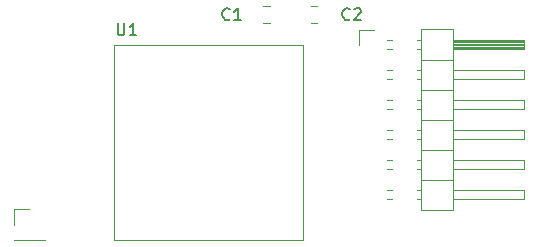
<source format=gbr>
%TF.GenerationSoftware,KiCad,Pcbnew,7.0.1*%
%TF.CreationDate,2023-04-24T20:50:02+02:00*%
%TF.ProjectId,AS4432_ANT_PMOD,41533434-3332-45f4-914e-545f504d4f44,rev?*%
%TF.SameCoordinates,Original*%
%TF.FileFunction,Legend,Top*%
%TF.FilePolarity,Positive*%
%FSLAX46Y46*%
G04 Gerber Fmt 4.6, Leading zero omitted, Abs format (unit mm)*
G04 Created by KiCad (PCBNEW 7.0.1) date 2023-04-24 20:50:02*
%MOMM*%
%LPD*%
G01*
G04 APERTURE LIST*
%ADD10C,0.150000*%
%ADD11C,0.120000*%
G04 APERTURE END LIST*
D10*
%TO.C,U1*%
X128143095Y-41372619D02*
X128143095Y-42182142D01*
X128143095Y-42182142D02*
X128190714Y-42277380D01*
X128190714Y-42277380D02*
X128238333Y-42325000D01*
X128238333Y-42325000D02*
X128333571Y-42372619D01*
X128333571Y-42372619D02*
X128524047Y-42372619D01*
X128524047Y-42372619D02*
X128619285Y-42325000D01*
X128619285Y-42325000D02*
X128666904Y-42277380D01*
X128666904Y-42277380D02*
X128714523Y-42182142D01*
X128714523Y-42182142D02*
X128714523Y-41372619D01*
X129714523Y-42372619D02*
X129143095Y-42372619D01*
X129428809Y-42372619D02*
X129428809Y-41372619D01*
X129428809Y-41372619D02*
X129333571Y-41515476D01*
X129333571Y-41515476D02*
X129238333Y-41610714D01*
X129238333Y-41610714D02*
X129143095Y-41658333D01*
%TO.C,C1*%
X137628333Y-41007380D02*
X137580714Y-41055000D01*
X137580714Y-41055000D02*
X137437857Y-41102619D01*
X137437857Y-41102619D02*
X137342619Y-41102619D01*
X137342619Y-41102619D02*
X137199762Y-41055000D01*
X137199762Y-41055000D02*
X137104524Y-40959761D01*
X137104524Y-40959761D02*
X137056905Y-40864523D01*
X137056905Y-40864523D02*
X137009286Y-40674047D01*
X137009286Y-40674047D02*
X137009286Y-40531190D01*
X137009286Y-40531190D02*
X137056905Y-40340714D01*
X137056905Y-40340714D02*
X137104524Y-40245476D01*
X137104524Y-40245476D02*
X137199762Y-40150238D01*
X137199762Y-40150238D02*
X137342619Y-40102619D01*
X137342619Y-40102619D02*
X137437857Y-40102619D01*
X137437857Y-40102619D02*
X137580714Y-40150238D01*
X137580714Y-40150238D02*
X137628333Y-40197857D01*
X138580714Y-41102619D02*
X138009286Y-41102619D01*
X138295000Y-41102619D02*
X138295000Y-40102619D01*
X138295000Y-40102619D02*
X138199762Y-40245476D01*
X138199762Y-40245476D02*
X138104524Y-40340714D01*
X138104524Y-40340714D02*
X138009286Y-40388333D01*
%TO.C,C2*%
X147788333Y-41007380D02*
X147740714Y-41055000D01*
X147740714Y-41055000D02*
X147597857Y-41102619D01*
X147597857Y-41102619D02*
X147502619Y-41102619D01*
X147502619Y-41102619D02*
X147359762Y-41055000D01*
X147359762Y-41055000D02*
X147264524Y-40959761D01*
X147264524Y-40959761D02*
X147216905Y-40864523D01*
X147216905Y-40864523D02*
X147169286Y-40674047D01*
X147169286Y-40674047D02*
X147169286Y-40531190D01*
X147169286Y-40531190D02*
X147216905Y-40340714D01*
X147216905Y-40340714D02*
X147264524Y-40245476D01*
X147264524Y-40245476D02*
X147359762Y-40150238D01*
X147359762Y-40150238D02*
X147502619Y-40102619D01*
X147502619Y-40102619D02*
X147597857Y-40102619D01*
X147597857Y-40102619D02*
X147740714Y-40150238D01*
X147740714Y-40150238D02*
X147788333Y-40197857D01*
X148169286Y-40197857D02*
X148216905Y-40150238D01*
X148216905Y-40150238D02*
X148312143Y-40102619D01*
X148312143Y-40102619D02*
X148550238Y-40102619D01*
X148550238Y-40102619D02*
X148645476Y-40150238D01*
X148645476Y-40150238D02*
X148693095Y-40197857D01*
X148693095Y-40197857D02*
X148740714Y-40293095D01*
X148740714Y-40293095D02*
X148740714Y-40388333D01*
X148740714Y-40388333D02*
X148693095Y-40531190D01*
X148693095Y-40531190D02*
X148121667Y-41102619D01*
X148121667Y-41102619D02*
X148740714Y-41102619D01*
D11*
%TO.C,J1*%
X148590000Y-41910000D02*
X149860000Y-41910000D01*
X148590000Y-43180000D02*
X148590000Y-41910000D01*
X150902929Y-45340000D02*
X151357071Y-45340000D01*
X150902929Y-46100000D02*
X151357071Y-46100000D01*
X150902929Y-47880000D02*
X151357071Y-47880000D01*
X150902929Y-48640000D02*
X151357071Y-48640000D01*
X150902929Y-50420000D02*
X151357071Y-50420000D01*
X150902929Y-51180000D02*
X151357071Y-51180000D01*
X150902929Y-52960000D02*
X151357071Y-52960000D01*
X150902929Y-53720000D02*
X151357071Y-53720000D01*
X150902929Y-55500000D02*
X151357071Y-55500000D01*
X150902929Y-56260000D02*
X151357071Y-56260000D01*
X150970000Y-42800000D02*
X151357071Y-42800000D01*
X150970000Y-43560000D02*
X151357071Y-43560000D01*
X153442929Y-42800000D02*
X153840000Y-42800000D01*
X153442929Y-43560000D02*
X153840000Y-43560000D01*
X153442929Y-45340000D02*
X153840000Y-45340000D01*
X153442929Y-46100000D02*
X153840000Y-46100000D01*
X153442929Y-47880000D02*
X153840000Y-47880000D01*
X153442929Y-48640000D02*
X153840000Y-48640000D01*
X153442929Y-50420000D02*
X153840000Y-50420000D01*
X153442929Y-51180000D02*
X153840000Y-51180000D01*
X153442929Y-52960000D02*
X153840000Y-52960000D01*
X153442929Y-53720000D02*
X153840000Y-53720000D01*
X153442929Y-55500000D02*
X153840000Y-55500000D01*
X153442929Y-56260000D02*
X153840000Y-56260000D01*
X153840000Y-41850000D02*
X153840000Y-57210000D01*
X153840000Y-44450000D02*
X156500000Y-44450000D01*
X153840000Y-46990000D02*
X156500000Y-46990000D01*
X153840000Y-49530000D02*
X156500000Y-49530000D01*
X153840000Y-52070000D02*
X156500000Y-52070000D01*
X153840000Y-54610000D02*
X156500000Y-54610000D01*
X153840000Y-57210000D02*
X156500000Y-57210000D01*
X156500000Y-41850000D02*
X153840000Y-41850000D01*
X156500000Y-42800000D02*
X162500000Y-42800000D01*
X156500000Y-42860000D02*
X162500000Y-42860000D01*
X156500000Y-42980000D02*
X162500000Y-42980000D01*
X156500000Y-43100000D02*
X162500000Y-43100000D01*
X156500000Y-43220000D02*
X162500000Y-43220000D01*
X156500000Y-43340000D02*
X162500000Y-43340000D01*
X156500000Y-43460000D02*
X162500000Y-43460000D01*
X156500000Y-45340000D02*
X162500000Y-45340000D01*
X156500000Y-47880000D02*
X162500000Y-47880000D01*
X156500000Y-50420000D02*
X162500000Y-50420000D01*
X156500000Y-52960000D02*
X162500000Y-52960000D01*
X156500000Y-55500000D02*
X162500000Y-55500000D01*
X156500000Y-57210000D02*
X156500000Y-41850000D01*
X162500000Y-42800000D02*
X162500000Y-43560000D01*
X162500000Y-43560000D02*
X156500000Y-43560000D01*
X162500000Y-45340000D02*
X162500000Y-46100000D01*
X162500000Y-46100000D02*
X156500000Y-46100000D01*
X162500000Y-47880000D02*
X162500000Y-48640000D01*
X162500000Y-48640000D02*
X156500000Y-48640000D01*
X162500000Y-50420000D02*
X162500000Y-51180000D01*
X162500000Y-51180000D02*
X156500000Y-51180000D01*
X162500000Y-52960000D02*
X162500000Y-53720000D01*
X162500000Y-53720000D02*
X156500000Y-53720000D01*
X162500000Y-55500000D02*
X162500000Y-56260000D01*
X162500000Y-56260000D02*
X156500000Y-56260000D01*
%TO.C,U1*%
X143826500Y-59690000D02*
X127826500Y-59690000D01*
X127826500Y-59690000D02*
X127826500Y-43180000D01*
X127826500Y-43180000D02*
X143826500Y-43180000D01*
X143826500Y-43180000D02*
X143826500Y-59690000D01*
%TO.C,C1*%
X140998752Y-41375000D02*
X140476248Y-41375000D01*
X140998752Y-39905000D02*
X140476248Y-39905000D01*
%TO.C,C2*%
X144518748Y-39905000D02*
X145041252Y-39905000D01*
X144518748Y-41375000D02*
X145041252Y-41375000D01*
%TO.C,J2*%
X119320000Y-57090000D02*
X120650000Y-57090000D01*
X119320000Y-58420000D02*
X119320000Y-57090000D01*
X119320000Y-59690000D02*
X119320000Y-59750000D01*
X119320000Y-59690000D02*
X121980000Y-59690000D01*
X119320000Y-59750000D02*
X121980000Y-59750000D01*
X121980000Y-59690000D02*
X121980000Y-59750000D01*
%TD*%
M02*

</source>
